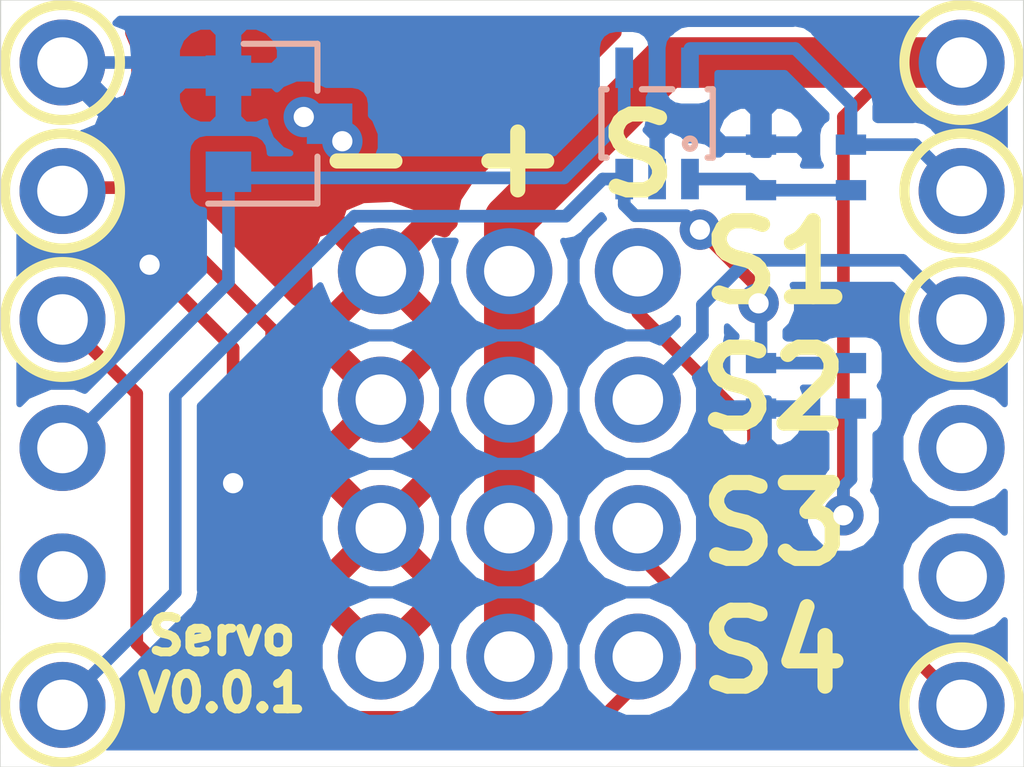
<source format=kicad_pcb>
(kicad_pcb (version 20171130) (host pcbnew "(5.0.1-3-g963ef8bb5)")

  (general
    (thickness 1.6)
    (drawings 12)
    (tracks 79)
    (zones 0)
    (modules 11)
    (nets 15)
  )

  (page A4)
  (layers
    (0 F.Cu signal hide)
    (31 B.Cu signal hide)
    (32 B.Adhes user hide)
    (33 F.Adhes user hide)
    (34 B.Paste user hide)
    (35 F.Paste user hide)
    (36 B.SilkS user hide)
    (37 F.SilkS user)
    (38 B.Mask user hide)
    (39 F.Mask user hide)
    (40 Dwgs.User user hide)
    (41 Cmts.User user hide)
    (42 Eco1.User user hide)
    (43 Eco2.User user hide)
    (44 Edge.Cuts user)
    (45 Margin user hide)
    (46 B.CrtYd user)
    (47 F.CrtYd user hide)
    (48 B.Fab user)
    (49 F.Fab user hide)
  )

  (setup
    (last_trace_width 0.25)
    (trace_clearance 0.2)
    (zone_clearance 0.508)
    (zone_45_only no)
    (trace_min 0.2)
    (segment_width 0.2)
    (edge_width 0.15)
    (via_size 0.8)
    (via_drill 0.4)
    (via_min_size 0.4)
    (via_min_drill 0.3)
    (uvia_size 0.3)
    (uvia_drill 0.1)
    (uvias_allowed no)
    (uvia_min_size 0.2)
    (uvia_min_drill 0.1)
    (pcb_text_width 0.3)
    (pcb_text_size 1.5 1.5)
    (mod_edge_width 0.15)
    (mod_text_size 1 1)
    (mod_text_width 0.15)
    (pad_size 1.524 1.524)
    (pad_drill 0.762)
    (pad_to_mask_clearance 0.2)
    (solder_mask_min_width 0.25)
    (aux_axis_origin 0 0)
    (grid_origin 136.962501 65.725001)
    (visible_elements FFFFFF7F)
    (pcbplotparams
      (layerselection 0x3d0ef_ffffffff)
      (usegerberextensions false)
      (usegerberattributes false)
      (usegerberadvancedattributes false)
      (creategerberjobfile false)
      (excludeedgelayer true)
      (linewidth 0.100000)
      (plotframeref false)
      (viasonmask false)
      (mode 1)
      (useauxorigin false)
      (hpglpennumber 1)
      (hpglpenspeed 20)
      (hpglpendiameter 15.000000)
      (psnegative false)
      (psa4output false)
      (plotreference true)
      (plotvalue true)
      (plotinvisibletext false)
      (padsonsilk false)
      (subtractmaskfromsilk false)
      (outputformat 1)
      (mirror false)
      (drillshape 0)
      (scaleselection 1)
      (outputdirectory "gerber/"))
  )

  (net 0 "")
  (net 1 "Net-(J1-Pad8)")
  (net 2 "Net-(J1-Pad11)")
  (net 3 "Net-(J1-Pad9)")
  (net 4 GND)
  (net 5 "Net-(J1-Pad1)")
  (net 6 VCC)
  (net 7 +3V3)
  (net 8 "Net-(J1-Pad2)")
  (net 9 "Net-(J1-Pad3)")
  (net 10 "Net-(J1-Pad4)")
  (net 11 "Net-(R1-Pad2)")
  (net 12 GNDREF)
  (net 13 /V_max)
  (net 14 /V_robus_img)

  (net_class Default "Ceci est la Netclass par défaut."
    (clearance 0.2)
    (trace_width 0.25)
    (via_dia 0.8)
    (via_drill 0.4)
    (uvia_dia 0.3)
    (uvia_drill 0.1)
    (add_net +3V3)
    (add_net /V_max)
    (add_net /V_robus_img)
    (add_net GND)
    (add_net GNDREF)
    (add_net "Net-(J1-Pad1)")
    (add_net "Net-(J1-Pad11)")
    (add_net "Net-(J1-Pad2)")
    (add_net "Net-(J1-Pad3)")
    (add_net "Net-(J1-Pad4)")
    (add_net "Net-(J1-Pad8)")
    (add_net "Net-(J1-Pad9)")
    (add_net "Net-(R1-Pad2)")
    (add_net VCC)
  )

  (net_class power ""
    (clearance 0.8)
    (trace_width 1)
    (via_dia 2.4)
    (via_drill 1.6)
    (uvia_dia 1.2)
    (uvia_drill 0.4)
    (diff_pair_gap 1)
    (diff_pair_width 0.8)
  )

  (module Common_Footprint:826926-3 (layer F.Cu) (tedit 5D161F5B) (tstamp 5ABD01A5)
    (at 145.796 74.93 180)
    (path /5ABCFEC7)
    (fp_text reference S3 (at -5.241501 0.079999 180) (layer F.SilkS)
      (effects (font (size 1.5 1.5) (thickness 0.3)))
    )
    (fp_text value Header3Contacts (at 0 -2.54 180) (layer F.Fab) hide
      (effects (font (size 1 1) (thickness 0.15)))
    )
    (pad 3 thru_hole circle (at 2.54 0 180) (size 1.7 1.7) (drill 1) (layers *.Cu *.Mask)
      (net 12 GNDREF))
    (pad 2 thru_hole circle (at 0 0 180) (size 1.7 1.7) (drill 1) (layers *.Cu *.Mask)
      (net 6 VCC))
    (pad 1 thru_hole circle (at -2.54 0 180) (size 1.7 1.7) (drill 1) (layers *.Cu *.Mask)
      (net 3 "Net-(J1-Pad9)"))
    (model ${KISYS3DMOD}/HEADER3PMAL.stp
      (offset (xyz -2.5 0 0))
      (scale (xyz 1 1 1))
      (rotate (xyz 0 0 0))
    )
  )

  (module Common_Footprint:826926-3 (layer F.Cu) (tedit 5D161F5B) (tstamp 5ABD01B7)
    (at 145.796 72.39 180)
    (path /5ABCFDC7)
    (fp_text reference S2 (at -5.216501 0.214999 180) (layer F.SilkS)
      (effects (font (size 1.5 1.5) (thickness 0.3)))
    )
    (fp_text value Header3Contacts (at 0 -2.54 180) (layer F.Fab) hide
      (effects (font (size 1 1) (thickness 0.15)))
    )
    (pad 3 thru_hole circle (at 2.54 0 180) (size 1.7 1.7) (drill 1) (layers *.Cu *.Mask)
      (net 12 GNDREF))
    (pad 2 thru_hole circle (at 0 0 180) (size 1.7 1.7) (drill 1) (layers *.Cu *.Mask)
      (net 6 VCC))
    (pad 1 thru_hole circle (at -2.54 0 180) (size 1.7 1.7) (drill 1) (layers *.Cu *.Mask)
      (net 10 "Net-(J1-Pad4)"))
    (model ${KISYS3DMOD}/HEADER3PMAL.stp
      (offset (xyz -2.5 0 0))
      (scale (xyz 1 1 1))
      (rotate (xyz 0 0 0))
    )
  )

  (module Common_Footprint:826926-3 (layer F.Cu) (tedit 5D161F5B) (tstamp 5ABD0214)
    (at 145.796 69.85 180)
    (path /5ABCFCD4)
    (fp_text reference S1 (at -5.291501 0.174999 180) (layer F.SilkS)
      (effects (font (size 1.5 1.5) (thickness 0.3)))
    )
    (fp_text value Header3Contacts (at 0 -2.54 180) (layer F.Fab) hide
      (effects (font (size 1 1) (thickness 0.15)))
    )
    (pad 3 thru_hole circle (at 2.54 0 180) (size 1.7 1.7) (drill 1) (layers *.Cu *.Mask)
      (net 12 GNDREF))
    (pad 2 thru_hole circle (at 0 0 180) (size 1.7 1.7) (drill 1) (layers *.Cu *.Mask)
      (net 6 VCC))
    (pad 1 thru_hole circle (at -2.54 0 180) (size 1.7 1.7) (drill 1) (layers *.Cu *.Mask)
      (net 5 "Net-(J1-Pad1)"))
    (model ${KISYS3DMOD}/HEADER3PMAL.stp
      (offset (xyz -2.5 0 0))
      (scale (xyz 1 1 1))
      (rotate (xyz 0 0 0))
    )
  )

  (module Common_Footprint:826926-3 (layer F.Cu) (tedit 5D161F5B) (tstamp 5ABD0193)
    (at 145.796 77.47 180)
    (path /5ABCFEFC)
    (fp_text reference S4 (at -5.241501 0.094999 180) (layer F.SilkS)
      (effects (font (size 1.5 1.5) (thickness 0.3)))
    )
    (fp_text value Header3Contacts (at 0 -2.54 180) (layer F.Fab) hide
      (effects (font (size 1 1) (thickness 0.15)))
    )
    (pad 3 thru_hole circle (at 2.54 0 180) (size 1.7 1.7) (drill 1) (layers *.Cu *.Mask)
      (net 12 GNDREF))
    (pad 2 thru_hole circle (at 0 0 180) (size 1.7 1.7) (drill 1) (layers *.Cu *.Mask)
      (net 6 VCC))
    (pad 1 thru_hole circle (at -2.54 0 180) (size 1.7 1.7) (drill 1) (layers *.Cu *.Mask)
      (net 1 "Net-(J1-Pad8)"))
    (model ${KISYS3DMOD}/HEADER3PMAL.stp
      (offset (xyz -2.5 0 0))
      (scale (xyz 1 1 1))
      (rotate (xyz 0 0 0))
    )
  )

  (module Common_Footprint:l0_Shield_Socket locked (layer F.Cu) (tedit 5C657850) (tstamp 5A872E3F)
    (at 145.850001 72.075001)
    (path /5A86D26A)
    (fp_text reference J1 (at 0 0.5) (layer F.SilkS) hide
      (effects (font (size 1 1) (thickness 0.15)))
    )
    (fp_text value l0_Socket (at 0 -0.5) (layer F.Fab) hide
      (effects (font (size 1 1) (thickness 0.15)))
    )
    (fp_line (start -10.15 -7.625) (end -10.16 7.62) (layer Edge.Cuts) (width 0.1))
    (fp_line (start -10.15 -7.625) (end 10.15 -7.625) (layer Edge.Cuts) (width 0.1))
    (fp_line (start -10.16 7.62) (end 10.16 7.62) (layer Edge.Cuts) (width 0.1))
    (fp_line (start 10.15 -7.625) (end 10.16 7.62) (layer Edge.Cuts) (width 0.1))
    (pad 5 thru_hole circle (at 8.8875 -3.81 270) (size 1.7 1.7) (drill 1) (layers *.Cu *.Mask)
      (net 7 +3V3))
    (pad 6 thru_hole circle (at 8.8875 -6.35 270) (size 1.7 1.7) (drill 1) (layers *.Cu *.Mask)
      (net 6 VCC))
    (pad 2 thru_hole circle (at 8.8875 3.81 270) (size 1.7 1.7) (drill 1) (layers *.Cu *.Mask)
      (net 8 "Net-(J1-Pad2)"))
    (pad 4 thru_hole circle (at 8.8875 -1.27 270) (size 1.7 1.7) (drill 1) (layers *.Cu *.Mask)
      (net 10 "Net-(J1-Pad4)"))
    (pad 1 thru_hole circle (at 8.8875 6.35 270) (size 1.7 1.7) (drill 1) (layers *.Cu *.Mask)
      (net 5 "Net-(J1-Pad1)"))
    (pad 7 thru_hole circle (at -8.8875 -6.35 270) (size 1.7 1.7) (drill 1) (layers *.Cu *.Mask)
      (net 4 GND))
    (pad 11 thru_hole circle (at -8.8875 3.81 270) (size 1.7 1.7) (drill 1) (layers *.Cu *.Mask)
      (net 2 "Net-(J1-Pad11)"))
    (pad 9 thru_hole circle (at -8.8875 -1.27 270) (size 1.7 1.7) (drill 1) (layers *.Cu *.Mask)
      (net 3 "Net-(J1-Pad9)"))
    (pad 3 thru_hole circle (at 8.8875 1.27 270) (size 1.7 1.7) (drill 1) (layers *.Cu *.Mask)
      (net 9 "Net-(J1-Pad3)"))
    (pad 10 thru_hole circle (at -8.8875 1.27 270) (size 1.7 1.7) (drill 1) (layers *.Cu *.Mask)
      (net 13 /V_max))
    (pad 12 thru_hole circle (at -8.8875 6.35 270) (size 1.7 1.7) (drill 1) (layers *.Cu *.Mask)
      (net 14 /V_robus_img))
    (pad 8 thru_hole circle (at -8.8875 -3.81 270) (size 1.7 1.7) (drill 1) (layers *.Cu *.Mask)
      (net 1 "Net-(J1-Pad8)"))
  )

  (module Common_Footprint:R_0402_NoSilk (layer B.Cu) (tedit 5E8B6747) (tstamp 5ABD267E)
    (at 150.771325 72.116763 270)
    (descr "Resistor SMD 0402, reflow soldering, Vishay (see dcrcw.pdf)")
    (tags "resistor 0402")
    (path /5ABD30A6)
    (attr smd)
    (fp_text reference R4 (at -2.191762 2.033824 270) (layer B.Fab) hide
      (effects (font (size 1 1) (thickness 0.15)) (justify mirror))
    )
    (fp_text value 10k (at 0 -1.25 270) (layer B.Fab) hide
      (effects (font (size 1 1) (thickness 0.15)) (justify mirror))
    )
    (fp_line (start 0.8 -0.45) (end -0.8 -0.45) (layer B.CrtYd) (width 0.05))
    (fp_line (start 0.8 -0.45) (end 0.8 0.45) (layer B.CrtYd) (width 0.05))
    (fp_line (start -0.8 0.45) (end -0.8 -0.45) (layer B.CrtYd) (width 0.05))
    (fp_line (start -0.8 0.45) (end 0.8 0.45) (layer B.CrtYd) (width 0.05))
    (fp_line (start -0.5 0.25) (end 0.5 0.25) (layer B.Fab) (width 0.1))
    (fp_line (start 0.5 0.25) (end 0.5 -0.25) (layer B.Fab) (width 0.1))
    (fp_line (start 0.5 -0.25) (end -0.5 -0.25) (layer B.Fab) (width 0.1))
    (fp_line (start -0.5 -0.25) (end -0.5 0.25) (layer B.Fab) (width 0.1))
    (pad 2 smd rect (at 0.45 0 270) (size 0.4 0.6) (layers B.Cu B.Paste B.Mask)
      (net 4 GND))
    (pad 1 smd rect (at -0.45 0 270) (size 0.4 0.6) (layers B.Cu B.Paste B.Mask)
      (net 14 /V_robus_img))
    (model "${KISYS3DMOD}/0402 SMD Resistor.step"
      (at (xyz 0 0 0))
      (scale (xyz 1 1 1))
      (rotate (xyz 0 0 90))
    )
  )

  (module Common_Footprint:R_0402_NoSilk (layer B.Cu) (tedit 5E8B6747) (tstamp 5ABD2670)
    (at 152.549325 72.116763 90)
    (descr "Resistor SMD 0402, reflow soldering, Vishay (see dcrcw.pdf)")
    (tags "resistor 0402")
    (path /5ABD306B)
    (attr smd)
    (fp_text reference R3 (at 0 1.2 90) (layer B.Fab) hide
      (effects (font (size 1 1) (thickness 0.15)) (justify mirror))
    )
    (fp_text value 68k (at 0 -1.25 90) (layer B.Fab) hide
      (effects (font (size 1 1) (thickness 0.15)) (justify mirror))
    )
    (fp_line (start 0.8 -0.45) (end -0.8 -0.45) (layer B.CrtYd) (width 0.05))
    (fp_line (start 0.8 -0.45) (end 0.8 0.45) (layer B.CrtYd) (width 0.05))
    (fp_line (start -0.8 0.45) (end -0.8 -0.45) (layer B.CrtYd) (width 0.05))
    (fp_line (start -0.8 0.45) (end 0.8 0.45) (layer B.CrtYd) (width 0.05))
    (fp_line (start -0.5 0.25) (end 0.5 0.25) (layer B.Fab) (width 0.1))
    (fp_line (start 0.5 0.25) (end 0.5 -0.25) (layer B.Fab) (width 0.1))
    (fp_line (start 0.5 -0.25) (end -0.5 -0.25) (layer B.Fab) (width 0.1))
    (fp_line (start -0.5 -0.25) (end -0.5 0.25) (layer B.Fab) (width 0.1))
    (pad 2 smd rect (at 0.45 0 90) (size 0.4 0.6) (layers B.Cu B.Paste B.Mask)
      (net 14 /V_robus_img))
    (pad 1 smd rect (at -0.45 0 90) (size 0.4 0.6) (layers B.Cu B.Paste B.Mask)
      (net 6 VCC))
    (model "${KISYS3DMOD}/0402 SMD Resistor.step"
      (at (xyz 0 0 0))
      (scale (xyz 1 1 1))
      (rotate (xyz 0 0 90))
    )
  )

  (module Common_Footprint:R_0402_NoSilk (layer B.Cu) (tedit 5E8B6747) (tstamp 5ABD2662)
    (at 150.771325 67.798763 90)
    (descr "Resistor SMD 0402, reflow soldering, Vishay (see dcrcw.pdf)")
    (tags "resistor 0402")
    (path /5ABD3039)
    (attr smd)
    (fp_text reference R2 (at 0 1.2 90) (layer B.Fab) hide
      (effects (font (size 0.5 0.5) (thickness 0.125)) (justify mirror))
    )
    (fp_text value 10k (at 0 -1.25 90) (layer B.Fab) hide
      (effects (font (size 1 1) (thickness 0.15)) (justify mirror))
    )
    (fp_line (start 0.8 -0.45) (end -0.8 -0.45) (layer B.CrtYd) (width 0.05))
    (fp_line (start 0.8 -0.45) (end 0.8 0.45) (layer B.CrtYd) (width 0.05))
    (fp_line (start -0.8 0.45) (end -0.8 -0.45) (layer B.CrtYd) (width 0.05))
    (fp_line (start -0.8 0.45) (end 0.8 0.45) (layer B.CrtYd) (width 0.05))
    (fp_line (start -0.5 0.25) (end 0.5 0.25) (layer B.Fab) (width 0.1))
    (fp_line (start 0.5 0.25) (end 0.5 -0.25) (layer B.Fab) (width 0.1))
    (fp_line (start 0.5 -0.25) (end -0.5 -0.25) (layer B.Fab) (width 0.1))
    (fp_line (start -0.5 -0.25) (end -0.5 0.25) (layer B.Fab) (width 0.1))
    (pad 2 smd rect (at 0.45 0 90) (size 0.4 0.6) (layers B.Cu B.Paste B.Mask)
      (net 4 GND))
    (pad 1 smd rect (at -0.45 0 90) (size 0.4 0.6) (layers B.Cu B.Paste B.Mask)
      (net 11 "Net-(R1-Pad2)"))
    (model "${KISYS3DMOD}/0402 SMD Resistor.step"
      (at (xyz 0 0 0))
      (scale (xyz 1 1 1))
      (rotate (xyz 0 0 90))
    )
  )

  (module Common_Footprint:R_0402_NoSilk (layer B.Cu) (tedit 5E8B6747) (tstamp 5ABD2654)
    (at 152.549325 67.798763 270)
    (descr "Resistor SMD 0402, reflow soldering, Vishay (see dcrcw.pdf)")
    (tags "resistor 0402")
    (path /5ABD2F69)
    (attr smd)
    (fp_text reference R1 (at 2.001238 -0.238176 270) (layer B.Fab) hide
      (effects (font (size 1 1) (thickness 0.15)) (justify mirror))
    )
    (fp_text value 20k (at 0 -1.25 270) (layer B.Fab) hide
      (effects (font (size 1 1) (thickness 0.15)) (justify mirror))
    )
    (fp_line (start 0.8 -0.45) (end -0.8 -0.45) (layer B.CrtYd) (width 0.05))
    (fp_line (start 0.8 -0.45) (end 0.8 0.45) (layer B.CrtYd) (width 0.05))
    (fp_line (start -0.8 0.45) (end -0.8 -0.45) (layer B.CrtYd) (width 0.05))
    (fp_line (start -0.8 0.45) (end 0.8 0.45) (layer B.CrtYd) (width 0.05))
    (fp_line (start -0.5 0.25) (end 0.5 0.25) (layer B.Fab) (width 0.1))
    (fp_line (start 0.5 0.25) (end 0.5 -0.25) (layer B.Fab) (width 0.1))
    (fp_line (start 0.5 -0.25) (end -0.5 -0.25) (layer B.Fab) (width 0.1))
    (fp_line (start -0.5 -0.25) (end -0.5 0.25) (layer B.Fab) (width 0.1))
    (pad 2 smd rect (at 0.45 0 270) (size 0.4 0.6) (layers B.Cu B.Paste B.Mask)
      (net 11 "Net-(R1-Pad2)"))
    (pad 1 smd rect (at -0.45 0 270) (size 0.4 0.6) (layers B.Cu B.Paste B.Mask)
      (net 7 +3V3))
    (model "${KISYS3DMOD}/0402 SMD Resistor.step"
      (at (xyz 0 0 0))
      (scale (xyz 1 1 1))
      (rotate (xyz 0 0 90))
    )
  )

  (module Common_Footprint:SOT-23 (layer B.Cu) (tedit 5AB3C0F4) (tstamp 5ABD0BDF)
    (at 140.962501 67.125001)
    (path /5ABD1C92)
    (fp_text reference Q1 (at -0.127 -0.127) (layer B.SilkS) hide
      (effects (font (size 1 1) (thickness 0.15)) (justify mirror))
    )
    (fp_text value NMOS_GSD (at 0.1 3.6) (layer B.Fab) hide
      (effects (font (size 1 1) (thickness 0.15)) (justify mirror))
    )
    (fp_line (start -0.42 0.76) (end -0.42 -1.69) (layer B.Fab) (width 0.1))
    (fp_line (start 0.13 1.33) (end 0.98 1.33) (layer B.Fab) (width 0.1))
    (fp_line (start 1.04 -1.77) (end -0.42 -1.77) (layer B.SilkS) (width 0.12))
    (fp_line (start 1.04 1.39) (end -1.12 1.39) (layer B.SilkS) (width 0.12))
    (fp_line (start -1.42 -1.94) (end -1.42 1.56) (layer B.CrtYd) (width 0.05))
    (fp_line (start 1.98 -1.94) (end -1.42 -1.94) (layer B.CrtYd) (width 0.05))
    (fp_line (start 1.98 1.56) (end 1.98 -1.94) (layer B.CrtYd) (width 0.05))
    (fp_line (start -1.42 1.56) (end 1.98 1.56) (layer B.CrtYd) (width 0.05))
    (fp_line (start 1.04 1.39) (end 1.04 0.46) (layer B.SilkS) (width 0.12))
    (fp_line (start 1.04 -1.77) (end 1.04 -0.84) (layer B.SilkS) (width 0.12))
    (fp_line (start -0.42 -1.71) (end 0.98 -1.71) (layer B.Fab) (width 0.1))
    (fp_line (start 0.98 1.33) (end 0.98 -1.71) (layer B.Fab) (width 0.1))
    (fp_line (start -0.42 0.76) (end 0.13 1.33) (layer B.Fab) (width 0.1))
    (fp_text user %R (at 0.28 -0.19 270) (layer B.Fab)
      (effects (font (size 0.5 0.5) (thickness 0.075)) (justify mirror))
    )
    (pad 3 smd rect (at 1.28 -0.19) (size 0.9 0.8) (layers B.Cu B.Paste B.Mask)
      (net 12 GNDREF))
    (pad 2 smd rect (at -0.72 -1.14) (size 0.9 0.8) (layers B.Cu B.Paste B.Mask)
      (net 4 GND))
    (pad 1 smd rect (at -0.72 0.76) (size 0.9 0.8) (layers B.Cu B.Paste B.Mask)
      (net 13 /V_max))
    (model ${KISYS3DMOD}/SOT-23.step
      (offset (xyz 0.25 -0.15 0.5))
      (scale (xyz 1 1 1))
      (rotate (xyz -90 0 -90))
    )
  )

  (module Common_Footprint:SC-70-5 (layer B.Cu) (tedit 5C6D5B85) (tstamp 5ABD0144)
    (at 148.717 66.929 90)
    (path /5ABD1A91)
    (fp_text reference U1 (at 0 -0.079499 180) (layer B.Fab)
      (effects (font (size 0.5 0.5) (thickness 0.125)) (justify mirror))
    )
    (fp_text value LMV301 (at 0.2 1.9 90) (layer B.Fab) hide
      (effects (font (size 1 1) (thickness 0.15)) (justify mirror))
    )
    (fp_circle (center -0.3937 0.6477) (end -0.2921 0.6477) (layer B.Fab) (width 0.1))
    (fp_line (start -0.6731 -1.1049) (end 0.6731 -1.1049) (layer B.Fab) (width 0.1))
    (fp_line (start -0.6731 0.6731) (end -0.6731 -1.1049) (layer B.Fab) (width 0.1))
    (fp_line (start -0.2921 1.1049) (end -0.6731 0.6858) (layer B.Fab) (width 0.1))
    (fp_line (start 0.6731 1.1049) (end -0.2921 1.1049) (layer B.Fab) (width 0.1))
    (fp_line (start 0.6731 -1.1049) (end 0.6731 1.1049) (layer B.Fab) (width 0.1))
    (fp_line (start -0.675 0.675) (end -0.3 1.1) (layer B.CrtYd) (width 0.125))
    (fp_line (start -0.675 0.675) (end -0.675 -1.1) (layer B.CrtYd) (width 0.125))
    (fp_line (start 0.675 1.1) (end -0.3 1.1) (layer B.CrtYd) (width 0.125))
    (fp_line (start 0.675 -1.1) (end 0.675 1.1) (layer B.CrtYd) (width 0.125))
    (fp_line (start -0.675 -1.1) (end 0.675 -1.1) (layer B.CrtYd) (width 0.125))
    (fp_line (start 0.675 0.3) (end 0.675 -0.3) (layer B.SilkS) (width 0.125))
    (fp_line (start 0.675 1.1) (end 0.675 1) (layer B.SilkS) (width 0.125))
    (fp_line (start -0.675 1) (end -0.675 1.1) (layer B.SilkS) (width 0.125))
    (fp_circle (center -0.4 0.65) (end -0.3 0.65) (layer B.SilkS) (width 0.125))
    (fp_line (start 0.675 -1.1) (end -0.675 -1.1) (layer B.SilkS) (width 0.125))
    (fp_line (start -0.675 -1.1) (end -0.675 -1) (layer B.SilkS) (width 0.125))
    (fp_line (start 0.675 -1) (end 0.675 -1.1) (layer B.SilkS) (width 0.125))
    (fp_line (start -0.675 1.1) (end 0.675 1.1) (layer B.SilkS) (width 0.125))
    (pad 5 smd rect (at 1.1 0.65 90) (size 0.8 0.35) (layers B.Cu B.Paste B.Mask)
      (net 7 +3V3))
    (pad 4 smd rect (at 1.1 -0.65 90) (size 0.8 0.35) (layers B.Cu B.Paste B.Mask)
      (net 13 /V_max))
    (pad 3 smd rect (at -1.1 -0.65 90) (size 0.8 0.35) (layers B.Cu B.Paste B.Mask)
      (net 14 /V_robus_img))
    (pad 2 smd rect (at -1.1 0 90) (size 0.8 0.35) (layers B.Cu B.Paste B.Mask)
      (net 4 GND))
    (pad 1 smd rect (at -1.1 0.65 90) (size 0.8 0.35) (layers B.Cu B.Paste B.Mask)
      (net 11 "Net-(R1-Pad2)"))
    (model ${KISYS3DMOD}/SC-70-5.step
      (at (xyz 0 0 0))
      (scale (xyz 1 1 1))
      (rotate (xyz 0 0 -90))
    )
  )

  (gr_text "Servo\nV0.0.1" (at 140.112501 77.625001) (layer F.SilkS)
    (effects (font (size 0.7 0.7) (thickness 0.175)))
  )
  (gr_circle (center 154.742501 65.725001) (end 153.726501 66.233001) (layer F.SilkS) (width 0.2))
  (gr_circle (center 154.742501 68.265001) (end 153.726501 68.773001) (layer F.SilkS) (width 0.2))
  (gr_circle (center 154.742501 70.805001) (end 153.726501 71.313001) (layer F.SilkS) (width 0.2))
  (gr_circle (center 154.742501 78.425001) (end 153.726501 78.933001) (layer F.SilkS) (width 0.2))
  (gr_circle (center 136.962501 78.425001) (end 137.978501 78.933001) (layer F.SilkS) (width 0.2))
  (gr_circle (center 136.962501 70.805001) (end 137.978501 71.313001) (layer F.SilkS) (width 0.2))
  (gr_circle (center 136.962501 68.265001) (end 137.978501 68.773001) (layer F.SilkS) (width 0.2))
  (gr_circle (center 136.962501 65.725001) (end 137.978501 66.233001) (layer F.SilkS) (width 0.2))
  (gr_text S (at 148.336 67.564) (layer F.SilkS)
    (effects (font (size 1.5 1.5) (thickness 0.3)))
  )
  (gr_text - (at 142.962501 67.564) (layer F.SilkS)
    (effects (font (size 1.5 1.5) (thickness 0.3)))
  )
  (gr_text + (at 145.962501 67.564) (layer F.SilkS)
    (effects (font (size 1.5 1.5) (thickness 0.3)))
  )

  (segment (start 148.336 77.978) (end 147.643011 78.670989) (width 0.25) (layer F.Cu) (net 1))
  (segment (start 141.097 70.993) (end 138.303 68.199) (width 0.25) (layer F.Cu) (net 1))
  (segment (start 142.340227 78.670989) (end 141.097 77.427762) (width 0.25) (layer F.Cu) (net 1))
  (segment (start 147.643011 78.670989) (end 142.340227 78.670989) (width 0.25) (layer F.Cu) (net 1))
  (segment (start 141.097 77.427762) (end 141.097 70.993) (width 0.25) (layer F.Cu) (net 1))
  (segment (start 138.303 68.199) (end 136.779 68.199) (width 0.25) (layer F.Cu) (net 1))
  (segment (start 136.779 68.199) (end 136.845001 68.265001) (width 0.25) (layer F.Cu) (net 1))
  (segment (start 136.845001 68.265001) (end 136.962501 68.265001) (width 0.25) (layer F.Cu) (net 1))
  (segment (start 137.7245 71.567) (end 136.962501 70.805001) (width 0.25) (layer F.Cu) (net 3))
  (segment (start 138.43 72.2725) (end 137.7245 71.567) (width 0.25) (layer F.Cu) (net 3))
  (segment (start 148.336 75.438) (end 149.606 76.708) (width 0.25) (layer F.Cu) (net 3))
  (segment (start 149.606 76.708) (end 149.606 78.316762) (width 0.25) (layer F.Cu) (net 3))
  (segment (start 140.335 79.121) (end 138.43 77.216) (width 0.25) (layer F.Cu) (net 3))
  (segment (start 148.801762 79.121) (end 140.335 79.121) (width 0.25) (layer F.Cu) (net 3))
  (segment (start 149.606 78.316762) (end 148.801762 79.121) (width 0.25) (layer F.Cu) (net 3))
  (segment (start 138.43 77.216) (end 138.43 72.2725) (width 0.25) (layer F.Cu) (net 3))
  (segment (start 136.962501 65.725001) (end 139.862238 65.725001) (width 0.25) (layer B.Cu) (net 4))
  (segment (start 139.862238 65.725001) (end 140.243237 66.106) (width 0.25) (layer B.Cu) (net 4))
  (segment (start 140.335 74.041) (end 140.335 71.374) (width 0.25) (layer F.Cu) (net 4))
  (via (at 138.684 69.723) (size 0.8) (drill 0.4) (layers F.Cu B.Cu) (net 4))
  (segment (start 140.335 71.374) (end 138.684 69.723) (width 0.25) (layer F.Cu) (net 4))
  (via (at 140.335 74.041) (size 0.8) (drill 0.4) (layers F.Cu B.Cu) (net 4))
  (segment (start 150.771325 66.848763) (end 150.771325 66.698763) (width 0.25) (layer B.Cu) (net 4))
  (segment (start 153.975502 77.663002) (end 154.737501 78.425001) (width 0.25) (layer F.Cu) (net 5))
  (segment (start 150.622 72.9615) (end 150.622 74.3095) (width 0.25) (layer F.Cu) (net 5))
  (segment (start 150.622 74.3095) (end 153.975502 77.663002) (width 0.25) (layer F.Cu) (net 5))
  (segment (start 148.336 70.6755) (end 150.622 72.9615) (width 0.25) (layer F.Cu) (net 5))
  (segment (start 152.4 74.676) (end 152.4 74.110315) (width 0.25) (layer B.Cu) (net 6))
  (segment (start 152.4 74.110315) (end 152.549325 73.96099) (width 0.25) (layer B.Cu) (net 6))
  (segment (start 152.549325 73.96099) (end 152.549325 72.58601) (width 0.25) (layer B.Cu) (net 6))
  (segment (start 145.796 72.39) (end 145.796 74.93) (width 0.25) (layer F.Cu) (net 6))
  (segment (start 145.796 69.85) (end 145.796 72.39) (width 0.25) (layer F.Cu) (net 6))
  (segment (start 145.796 68.834) (end 145.796 77.47) (width 1) (layer F.Cu) (net 6))
  (segment (start 145.796 68.834) (end 145.796 70.612) (width 0.25) (layer F.Cu) (net 6))
  (segment (start 152.549325 74.526675) (end 152.4 74.676) (width 0.25) (layer B.Cu) (net 6))
  (via (at 152.4 74.676) (size 0.8) (drill 0.4) (layers F.Cu B.Cu) (net 6))
  (segment (start 152.4 66.802) (end 152.4 74.676) (width 0.25) (layer F.Cu) (net 6))
  (segment (start 153.476999 65.725001) (end 152.4 66.802) (width 0.25) (layer F.Cu) (net 6))
  (segment (start 154.737501 65.725001) (end 153.476999 65.725001) (width 0.25) (layer F.Cu) (net 6))
  (segment (start 148.904999 65.725001) (end 145.796 68.834) (width 1) (layer F.Cu) (net 6))
  (segment (start 154.737501 65.725001) (end 148.904999 65.725001) (width 1) (layer F.Cu) (net 6))
  (segment (start 152.549325 67.348763) (end 153.821263 67.348763) (width 0.25) (layer B.Cu) (net 7))
  (segment (start 153.821263 67.348763) (end 154.737501 68.265001) (width 0.25) (layer B.Cu) (net 7))
  (segment (start 152.549325 66.698763) (end 152.549325 67.348763) (width 0.25) (layer B.Cu) (net 7))
  (segment (start 152.549325 66.698763) (end 152.549325 66.548763) (width 0.25) (layer B.Cu) (net 7))
  (segment (start 152.549325 66.548763) (end 151.448562 65.448) (width 0.25) (layer B.Cu) (net 7))
  (segment (start 151.448562 65.448) (end 149.367 65.448) (width 0.25) (layer B.Cu) (net 7))
  (segment (start 148.336 72.39) (end 149.612501 71.113499) (width 0.25) (layer B.Cu) (net 10))
  (segment (start 149.612501 70.515001) (end 150.492501 69.635001) (width 0.25) (layer B.Cu) (net 10))
  (segment (start 149.612501 71.113499) (end 149.612501 70.515001) (width 0.25) (layer B.Cu) (net 10))
  (segment (start 153.567501 69.635001) (end 154.737501 70.805001) (width 0.25) (layer B.Cu) (net 10))
  (segment (start 150.492501 69.635001) (end 153.567501 69.635001) (width 0.25) (layer B.Cu) (net 10))
  (segment (start 152.549325 68.248763) (end 150.771325 68.248763) (width 0.25) (layer B.Cu) (net 11))
  (segment (start 149.367 68.029) (end 150.551562 68.029) (width 0.25) (layer B.Cu) (net 11))
  (segment (start 150.551562 68.029) (end 150.771325 68.248763) (width 0.25) (layer B.Cu) (net 11))
  (via (at 142.494 67.28099) (size 0.8) (drill 0.4) (layers F.Cu B.Cu) (net 12))
  (via (at 141.732 66.802) (size 0.8) (drill 0.4) (layers F.Cu B.Cu) (net 12))
  (segment (start 146.878 68.006) (end 148.067 66.817) (width 0.25) (layer B.Cu) (net 13))
  (segment (start 140.243237 68.006) (end 146.878 68.006) (width 0.25) (layer B.Cu) (net 13))
  (segment (start 148.067 66.817) (end 148.067 65.829) (width 0.25) (layer B.Cu) (net 13))
  (segment (start 136.962501 73.345001) (end 140.243237 70.064265) (width 0.25) (layer B.Cu) (net 13))
  (segment (start 140.243237 70.064265) (end 140.243237 68.006) (width 0.25) (layer B.Cu) (net 13))
  (segment (start 149.563341 69.028623) (end 149.288719 68.754001) (width 0.25) (layer B.Cu) (net 14))
  (segment (start 149.288719 68.754001) (end 148.281999 68.754001) (width 0.25) (layer B.Cu) (net 14))
  (segment (start 148.281999 68.754001) (end 148.067 68.539002) (width 0.25) (layer B.Cu) (net 14))
  (segment (start 148.067 68.539002) (end 148.067 68.029) (width 0.25) (layer B.Cu) (net 14))
  (segment (start 150.722501 70.485001) (end 150.722501 70.187783) (width 0.25) (layer F.Cu) (net 14))
  (segment (start 150.722501 70.187783) (end 149.563341 69.028623) (width 0.25) (layer F.Cu) (net 14))
  (via (at 149.563341 69.028623) (size 0.8) (drill 0.4) (layers F.Cu B.Cu) (net 14))
  (segment (start 150.771325 71.666763) (end 150.771325 70.533825) (width 0.25) (layer B.Cu) (net 14))
  (segment (start 150.771325 70.533825) (end 150.722501 70.485001) (width 0.25) (layer B.Cu) (net 14))
  (via (at 150.722501 70.485001) (size 0.8) (drill 0.4) (layers F.Cu B.Cu) (net 14))
  (segment (start 152.549325 71.666763) (end 150.771325 71.666763) (width 0.25) (layer B.Cu) (net 14))
  (segment (start 136.962501 78.425001) (end 139.192 76.195502) (width 0.25) (layer B.Cu) (net 14))
  (segment (start 139.192 76.195502) (end 139.192 72.305238) (width 0.25) (layer B.Cu) (net 14))
  (segment (start 139.192 72.305238) (end 142.734239 68.762999) (width 0.25) (layer B.Cu) (net 14))
  (segment (start 142.734239 68.762999) (end 146.908001 68.762999) (width 0.25) (layer B.Cu) (net 14))
  (segment (start 146.908001 68.762999) (end 147.642 68.029) (width 0.25) (layer B.Cu) (net 14))
  (segment (start 147.642 68.029) (end 148.067 68.029) (width 0.25) (layer B.Cu) (net 14))

  (zone (net 4) (net_name GND) (layer B.Cu) (tstamp 0) (hatch edge 0.508)
    (connect_pads (clearance 0.3))
    (min_thickness 0.127)
    (fill yes (arc_segments 16) (thermal_gap 0.508) (thermal_bridge_width 0.508))
    (polygon
      (pts
        (xy 155.956 64.516) (xy 155.956 79.756) (xy 135.636 79.756) (xy 135.636 64.516)
      )
    )
    (filled_polygon
      (pts
        (xy 147.663854 68.814928) (xy 147.648607 68.821244) (xy 147.307244 69.162607) (xy 147.1225 69.60862) (xy 147.1225 70.09138)
        (xy 147.307244 70.537393) (xy 147.648607 70.878756) (xy 148.09462 71.0635) (xy 148.57738 71.0635) (xy 149.023393 70.878756)
        (xy 149.124002 70.778147) (xy 149.124001 70.911156) (xy 148.776273 71.258884) (xy 148.57738 71.1765) (xy 148.09462 71.1765)
        (xy 147.648607 71.361244) (xy 147.307244 71.702607) (xy 147.1225 72.14862) (xy 147.1225 72.63138) (xy 147.307244 73.077393)
        (xy 147.648607 73.418756) (xy 148.09462 73.6035) (xy 148.57738 73.6035) (xy 149.023393 73.418756) (xy 149.364756 73.077393)
        (xy 149.475663 72.809638) (xy 149.899825 72.809638) (xy 149.899825 72.880441) (xy 149.986831 73.090491) (xy 150.147596 73.251257)
        (xy 150.357646 73.338263) (xy 150.47845 73.338263) (xy 150.621325 73.195388) (xy 150.621325 72.666763) (xy 150.921325 72.666763)
        (xy 150.921325 73.195388) (xy 151.0642 73.338263) (xy 151.185004 73.338263) (xy 151.395054 73.251257) (xy 151.555819 73.090491)
        (xy 151.642825 72.880441) (xy 151.642825 72.809638) (xy 151.49995 72.666763) (xy 150.921325 72.666763) (xy 150.621325 72.666763)
        (xy 150.0427 72.666763) (xy 149.899825 72.809638) (xy 149.475663 72.809638) (xy 149.5495 72.63138) (xy 149.5495 72.14862)
        (xy 149.467116 71.949727) (xy 149.923901 71.492942) (xy 149.96469 71.465688) (xy 150.072658 71.304102) (xy 150.101001 71.161611)
        (xy 150.101001 71.16161) (xy 150.110571 71.1135) (xy 150.101001 71.065389) (xy 150.101001 70.943253) (xy 150.282825 71.125077)
        (xy 150.282825 71.155537) (xy 150.209256 71.204694) (xy 150.128916 71.324932) (xy 150.100704 71.466763) (xy 150.100704 71.866763)
        (xy 150.111057 71.918809) (xy 149.986831 72.043035) (xy 149.899825 72.253085) (xy 149.899825 72.323888) (xy 150.0427 72.466763)
        (xy 150.621325 72.466763) (xy 150.621325 72.366763) (xy 150.921325 72.366763) (xy 150.921325 72.466763) (xy 151.49995 72.466763)
        (xy 151.642825 72.323888) (xy 151.642825 72.253085) (xy 151.602306 72.155263) (xy 151.953467 72.155263) (xy 151.906916 72.224932)
        (xy 151.878704 72.366763) (xy 151.878704 72.766763) (xy 151.906916 72.908594) (xy 151.987256 73.028832) (xy 152.060826 73.077989)
        (xy 152.060825 73.749431) (xy 152.047812 73.758126) (xy 151.991054 73.843071) (xy 151.939844 73.919712) (xy 151.905902 74.090346)
        (xy 151.752736 74.243512) (xy 151.6365 74.52413) (xy 151.6365 74.82787) (xy 151.752736 75.108488) (xy 151.967512 75.323264)
        (xy 152.24813 75.4395) (xy 152.55187 75.4395) (xy 152.832488 75.323264) (xy 153.047264 75.108488) (xy 153.1635 74.82787)
        (xy 153.1635 74.52413) (xy 153.047264 74.243512) (xy 152.987798 74.184046) (xy 153.009482 74.151593) (xy 153.037825 74.009102)
        (xy 153.037825 74.009101) (xy 153.047395 73.960991) (xy 153.037825 73.91288) (xy 153.037825 73.077989) (xy 153.111394 73.028832)
        (xy 153.191734 72.908594) (xy 153.219946 72.766763) (xy 153.219946 72.366763) (xy 153.191734 72.224932) (xy 153.119458 72.116763)
        (xy 153.191734 72.008594) (xy 153.219946 71.866763) (xy 153.219946 71.466763) (xy 153.191734 71.324932) (xy 153.111394 71.204694)
        (xy 152.991156 71.124354) (xy 152.849325 71.096142) (xy 152.249325 71.096142) (xy 152.107494 71.124354) (xy 152.026813 71.178263)
        (xy 151.293837 71.178263) (xy 151.259825 71.155537) (xy 151.259825 71.027429) (xy 151.369765 70.917489) (xy 151.486001 70.636871)
        (xy 151.486001 70.333131) (xy 151.399169 70.123501) (xy 153.365159 70.123501) (xy 153.606385 70.364728) (xy 153.524001 70.563621)
        (xy 153.524001 71.046381) (xy 153.708745 71.492394) (xy 154.050108 71.833757) (xy 154.496121 72.018501) (xy 154.978881 72.018501)
        (xy 155.424894 71.833757) (xy 155.586502 71.672149) (xy 155.586502 72.477853) (xy 155.424894 72.316245) (xy 154.978881 72.131501)
        (xy 154.496121 72.131501) (xy 154.050108 72.316245) (xy 153.708745 72.657608) (xy 153.524001 73.103621) (xy 153.524001 73.586381)
        (xy 153.708745 74.032394) (xy 154.050108 74.373757) (xy 154.496121 74.558501) (xy 154.978881 74.558501) (xy 155.424894 74.373757)
        (xy 155.586502 74.212149) (xy 155.586502 75.017853) (xy 155.424894 74.856245) (xy 154.978881 74.671501) (xy 154.496121 74.671501)
        (xy 154.050108 74.856245) (xy 153.708745 75.197608) (xy 153.524001 75.643621) (xy 153.524001 76.126381) (xy 153.708745 76.572394)
        (xy 154.050108 76.913757) (xy 154.496121 77.098501) (xy 154.978881 77.098501) (xy 155.424894 76.913757) (xy 155.586502 76.752149)
        (xy 155.586502 77.557853) (xy 155.424894 77.396245) (xy 154.978881 77.211501) (xy 154.496121 77.211501) (xy 154.050108 77.396245)
        (xy 153.708745 77.737608) (xy 153.524001 78.183621) (xy 153.524001 78.666381) (xy 153.708745 79.112394) (xy 153.857852 79.261501)
        (xy 137.84215 79.261501) (xy 137.991257 79.112394) (xy 138.176001 78.666381) (xy 138.176001 78.183621) (xy 138.093617 77.984728)
        (xy 138.849725 77.22862) (xy 142.0425 77.22862) (xy 142.0425 77.71138) (xy 142.227244 78.157393) (xy 142.568607 78.498756)
        (xy 143.01462 78.6835) (xy 143.49738 78.6835) (xy 143.943393 78.498756) (xy 144.284756 78.157393) (xy 144.4695 77.71138)
        (xy 144.4695 77.22862) (xy 144.5825 77.22862) (xy 144.5825 77.71138) (xy 144.767244 78.157393) (xy 145.108607 78.498756)
        (xy 145.55462 78.6835) (xy 146.03738 78.6835) (xy 146.483393 78.498756) (xy 146.824756 78.157393) (xy 147.0095 77.71138)
        (xy 147.0095 77.22862) (xy 147.1225 77.22862) (xy 147.1225 77.71138) (xy 147.307244 78.157393) (xy 147.648607 78.498756)
        (xy 148.09462 78.6835) (xy 148.57738 78.6835) (xy 149.023393 78.498756) (xy 149.364756 78.157393) (xy 149.5495 77.71138)
        (xy 149.5495 77.22862) (xy 149.364756 76.782607) (xy 149.023393 76.441244) (xy 148.57738 76.2565) (xy 148.09462 76.2565)
        (xy 147.648607 76.441244) (xy 147.307244 76.782607) (xy 147.1225 77.22862) (xy 147.0095 77.22862) (xy 146.824756 76.782607)
        (xy 146.483393 76.441244) (xy 146.03738 76.2565) (xy 145.55462 76.2565) (xy 145.108607 76.441244) (xy 144.767244 76.782607)
        (xy 144.5825 77.22862) (xy 144.4695 77.22862) (xy 144.284756 76.782607) (xy 143.943393 76.441244) (xy 143.49738 76.2565)
        (xy 143.01462 76.2565) (xy 142.568607 76.441244) (xy 142.227244 76.782607) (xy 142.0425 77.22862) (xy 138.849725 77.22862)
        (xy 139.503403 76.574943) (xy 139.544189 76.547691) (xy 139.571442 76.506904) (xy 139.652157 76.386106) (xy 139.69007 76.195502)
        (xy 139.6805 76.14739) (xy 139.6805 74.68862) (xy 142.0425 74.68862) (xy 142.0425 75.17138) (xy 142.227244 75.617393)
        (xy 142.568607 75.958756) (xy 143.01462 76.1435) (xy 143.49738 76.1435) (xy 143.943393 75.958756) (xy 144.284756 75.617393)
        (xy 144.4695 75.17138) (xy 144.4695 74.68862) (xy 144.5825 74.68862) (xy 144.5825 75.17138) (xy 144.767244 75.617393)
        (xy 145.108607 75.958756) (xy 145.55462 76.1435) (xy 146.03738 76.1435) (xy 146.483393 75.958756) (xy 146.824756 75.617393)
        (xy 147.0095 75.17138) (xy 147.0095 74.68862) (xy 147.1225 74.68862) (xy 147.1225 75.17138) (xy 147.307244 75.617393)
        (xy 147.648607 75.958756) (xy 148.09462 76.1435) (xy 148.57738 76.1435) (xy 149.023393 75.958756) (xy 149.364756 75.617393)
        (xy 149.5495 75.17138) (xy 149.5495 74.68862) (xy 149.364756 74.242607) (xy 149.023393 73.901244) (xy 148.57738 73.7165)
        (xy 148.09462 73.7165) (xy 147.648607 73.901244) (xy 147.307244 74.242607) (xy 147.1225 74.68862) (xy 147.0095 74.68862)
        (xy 146.824756 74.242607) (xy 146.483393 73.901244) (xy 146.03738 73.7165) (xy 145.55462 73.7165) (xy 145.108607 73.901244)
        (xy 144.767244 74.242607) (xy 144.5825 74.68862) (xy 144.4695 74.68862) (xy 144.284756 74.242607) (xy 143.943393 73.901244)
        (xy 143.49738 73.7165) (xy 143.01462 73.7165) (xy 142.568607 73.901244) (xy 142.227244 74.242607) (xy 142.0425 74.68862)
        (xy 139.6805 74.68862) (xy 139.6805 72.50758) (xy 140.03946 72.14862) (xy 142.0425 72.14862) (xy 142.0425 72.63138)
        (xy 142.227244 73.077393) (xy 142.568607 73.418756) (xy 143.01462 73.6035) (xy 143.49738 73.6035) (xy 143.943393 73.418756)
        (xy 144.284756 73.077393) (xy 144.4695 72.63138) (xy 144.4695 72.14862) (xy 144.5825 72.14862) (xy 144.5825 72.63138)
        (xy 144.767244 73.077393) (xy 145.108607 73.418756) (xy 145.55462 73.6035) (xy 146.03738 73.6035) (xy 146.483393 73.418756)
        (xy 146.824756 73.077393) (xy 147.0095 72.63138) (xy 147.0095 72.14862) (xy 146.824756 71.702607) (xy 146.483393 71.361244)
        (xy 146.03738 71.1765) (xy 145.55462 71.1765) (xy 145.108607 71.361244) (xy 144.767244 71.702607) (xy 144.5825 72.14862)
        (xy 144.4695 72.14862) (xy 144.284756 71.702607) (xy 143.943393 71.361244) (xy 143.49738 71.1765) (xy 143.01462 71.1765)
        (xy 142.568607 71.361244) (xy 142.227244 71.702607) (xy 142.0425 72.14862) (xy 140.03946 72.14862) (xy 142.058375 70.129706)
        (xy 142.227244 70.537393) (xy 142.568607 70.878756) (xy 143.01462 71.0635) (xy 143.49738 71.0635) (xy 143.943393 70.878756)
        (xy 144.284756 70.537393) (xy 144.4695 70.09138) (xy 144.4695 69.60862) (xy 144.321576 69.251499) (xy 144.730424 69.251499)
        (xy 144.5825 69.60862) (xy 144.5825 70.09138) (xy 144.767244 70.537393) (xy 145.108607 70.878756) (xy 145.55462 71.0635)
        (xy 146.03738 71.0635) (xy 146.483393 70.878756) (xy 146.824756 70.537393) (xy 147.0095 70.09138) (xy 147.0095 69.60862)
        (xy 146.861728 69.251864) (xy 146.908001 69.261069) (xy 146.956112 69.251499) (xy 146.956113 69.251499) (xy 147.098604 69.223156)
        (xy 147.26019 69.115188) (xy 147.287447 69.074395) (xy 147.617015 68.744828)
      )
    )
    (filled_polygon
      (pts
        (xy 153.708745 65.037608) (xy 153.524001 65.483621) (xy 153.524001 65.966381) (xy 153.708745 66.412394) (xy 154.050108 66.753757)
        (xy 154.496121 66.938501) (xy 154.978881 66.938501) (xy 155.424894 66.753757) (xy 155.586501 66.59215) (xy 155.586501 67.397852)
        (xy 155.424894 67.236245) (xy 154.978881 67.051501) (xy 154.496121 67.051501) (xy 154.297227 67.133885) (xy 154.200709 67.037367)
        (xy 154.173452 66.996574) (xy 154.011866 66.888606) (xy 153.869375 66.860263) (xy 153.869374 66.860263) (xy 153.821263 66.850693)
        (xy 153.773152 66.860263) (xy 153.071837 66.860263) (xy 153.037825 66.837537) (xy 153.037825 66.596874) (xy 153.047395 66.548763)
        (xy 153.020867 66.415398) (xy 153.009482 66.35816) (xy 152.901514 66.196574) (xy 152.860727 66.169321) (xy 151.828008 65.136603)
        (xy 151.800751 65.095811) (xy 151.639165 64.987843) (xy 151.496674 64.9595) (xy 151.496673 64.9595) (xy 151.448562 64.94993)
        (xy 151.400451 64.9595) (xy 149.318888 64.9595) (xy 149.176397 64.987843) (xy 149.014811 65.095811) (xy 148.997422 65.121835)
        (xy 148.929931 65.166931) (xy 148.849591 65.287169) (xy 148.821379 65.429) (xy 148.821379 66.229) (xy 148.849591 66.370831)
        (xy 148.929931 66.491069) (xy 149.050169 66.571409) (xy 149.192 66.599621) (xy 149.542 66.599621) (xy 149.683831 66.571409)
        (xy 149.804069 66.491069) (xy 149.884409 66.370831) (xy 149.912621 66.229) (xy 149.912621 65.9365) (xy 151.24622 65.9365)
        (xy 152.060825 66.751107) (xy 152.060825 66.837537) (xy 151.987256 66.886694) (xy 151.906916 67.006932) (xy 151.878704 67.148763)
        (xy 151.878704 67.548763) (xy 151.906916 67.690594) (xy 151.953467 67.760263) (xy 151.602306 67.760263) (xy 151.642825 67.662441)
        (xy 151.642825 67.591638) (xy 151.49995 67.448763) (xy 150.921325 67.448763) (xy 150.921325 67.548763) (xy 150.641214 67.548763)
        (xy 150.621325 67.544807) (xy 150.621325 67.448763) (xy 150.0427 67.448763) (xy 149.950963 67.5405) (xy 149.895017 67.5405)
        (xy 149.884409 67.487169) (xy 149.804069 67.366931) (xy 149.683831 67.286591) (xy 149.542 67.258379) (xy 149.329601 67.258379)
        (xy 149.215729 67.144506) (xy 149.005679 67.0575) (xy 148.947375 67.0575) (xy 148.8045 67.200375) (xy 148.8045 67.8385)
        (xy 148.821379 67.8385) (xy 148.821379 68.2195) (xy 148.8045 68.2195) (xy 148.8045 68.2395) (xy 148.6295 68.2395)
        (xy 148.6295 68.2195) (xy 148.612621 68.2195) (xy 148.612621 67.8385) (xy 148.6295 67.8385) (xy 148.6295 67.200375)
        (xy 148.490936 67.061811) (xy 148.508793 67.035085) (xy 149.899825 67.035085) (xy 149.899825 67.105888) (xy 150.0427 67.248763)
        (xy 150.621325 67.248763) (xy 150.621325 66.720138) (xy 150.921325 66.720138) (xy 150.921325 67.248763) (xy 151.49995 67.248763)
        (xy 151.642825 67.105888) (xy 151.642825 67.035085) (xy 151.555819 66.825035) (xy 151.395054 66.664269) (xy 151.185004 66.577263)
        (xy 151.0642 66.577263) (xy 150.921325 66.720138) (xy 150.621325 66.720138) (xy 150.47845 66.577263) (xy 150.357646 66.577263)
        (xy 150.147596 66.664269) (xy 149.986831 66.825035) (xy 149.899825 67.035085) (xy 148.508793 67.035085) (xy 148.527157 67.007603)
        (xy 148.5555 66.865112) (xy 148.5555 66.865111) (xy 148.56507 66.817) (xy 148.5555 66.768889) (xy 148.5555 66.414097)
        (xy 148.584409 66.370831) (xy 148.612621 66.229) (xy 148.612621 65.429) (xy 148.584409 65.287169) (xy 148.504069 65.166931)
        (xy 148.383831 65.086591) (xy 148.242 65.058379) (xy 147.892 65.058379) (xy 147.750169 65.086591) (xy 147.629931 65.166931)
        (xy 147.549591 65.287169) (xy 147.521379 65.429) (xy 147.521379 66.229) (xy 147.549591 66.370831) (xy 147.5785 66.414097)
        (xy 147.5785 66.614656) (xy 146.675658 67.5175) (xy 143.222441 67.5175) (xy 143.2575 67.43286) (xy 143.2575 67.12912)
        (xy 143.141264 66.848502) (xy 143.063122 66.77036) (xy 143.063122 66.535001) (xy 143.03491 66.39317) (xy 142.95457 66.272932)
        (xy 142.834332 66.192592) (xy 142.692501 66.16438) (xy 142.174132 66.16438) (xy 142.164488 66.154736) (xy 141.88387 66.0385)
        (xy 141.58013 66.0385) (xy 141.299512 66.154736) (xy 141.199937 66.254312) (xy 141.121126 66.175501) (xy 140.433001 66.175501)
        (xy 140.433001 66.813626) (xy 140.575876 66.956501) (xy 140.806179 66.956501) (xy 140.9685 66.889265) (xy 140.9685 66.95387)
        (xy 141.084736 67.234488) (xy 141.299512 67.449264) (xy 141.464248 67.5175) (xy 141.063122 67.5175) (xy 141.063122 67.485001)
        (xy 141.03491 67.34317) (xy 140.95457 67.222932) (xy 140.834332 67.142592) (xy 140.692501 67.11438) (xy 139.792501 67.11438)
        (xy 139.65067 67.142592) (xy 139.530432 67.222932) (xy 139.450092 67.34317) (xy 139.42188 67.485001) (xy 139.42188 68.285001)
        (xy 139.450092 68.426832) (xy 139.530432 68.54707) (xy 139.65067 68.62741) (xy 139.754738 68.64811) (xy 139.754737 69.861922)
        (xy 137.402775 72.213885) (xy 137.203881 72.131501) (xy 136.721121 72.131501) (xy 136.275108 72.316245) (xy 136.113501 72.477852)
        (xy 136.113501 71.67215) (xy 136.275108 71.833757) (xy 136.721121 72.018501) (xy 137.203881 72.018501) (xy 137.649894 71.833757)
        (xy 137.991257 71.492394) (xy 138.176001 71.046381) (xy 138.176001 70.563621) (xy 137.991257 70.117608) (xy 137.649894 69.776245)
        (xy 137.203881 69.591501) (xy 136.721121 69.591501) (xy 136.275108 69.776245) (xy 136.113501 69.937852) (xy 136.113501 69.13215)
        (xy 136.275108 69.293757) (xy 136.721121 69.478501) (xy 137.203881 69.478501) (xy 137.649894 69.293757) (xy 137.991257 68.952394)
        (xy 138.176001 68.506381) (xy 138.176001 68.023621) (xy 137.991257 67.577608) (xy 137.649894 67.236245) (xy 137.359112 67.115799)
        (xy 137.375417 67.114286) (xy 137.652898 66.99935) (xy 137.74174 66.773648) (xy 137.367789 66.399697) (xy 137.411957 66.381402)
        (xy 137.636402 66.156957) (xy 137.644446 66.137538) (xy 138.011148 66.50424) (xy 138.23685 66.415398) (xy 138.266878 66.318376)
        (xy 139.221001 66.318376) (xy 139.221001 66.49868) (xy 139.308007 66.70873) (xy 139.468773 66.869495) (xy 139.678823 66.956501)
        (xy 139.909126 66.956501) (xy 140.052001 66.813626) (xy 140.052001 66.175501) (xy 139.363876 66.175501) (xy 139.221001 66.318376)
        (xy 138.266878 66.318376) (xy 138.404049 65.875173) (xy 138.366566 65.471322) (xy 139.221001 65.471322) (xy 139.221001 65.651626)
        (xy 139.363876 65.794501) (xy 140.052001 65.794501) (xy 140.052001 65.156376) (xy 140.433001 65.156376) (xy 140.433001 65.794501)
        (xy 141.121126 65.794501) (xy 141.264001 65.651626) (xy 141.264001 65.471322) (xy 141.176995 65.261272) (xy 141.016229 65.100507)
        (xy 140.806179 65.013501) (xy 140.575876 65.013501) (xy 140.433001 65.156376) (xy 140.052001 65.156376) (xy 139.909126 65.013501)
        (xy 139.678823 65.013501) (xy 139.468773 65.100507) (xy 139.308007 65.261272) (xy 139.221001 65.471322) (xy 138.366566 65.471322)
        (xy 138.351786 65.312085) (xy 138.23685 65.034604) (xy 138.011149 64.945763) (xy 138.093411 64.863501) (xy 153.882852 64.863501)
      )
    )
  )
  (zone (net 12) (net_name GNDREF) (layer F.Cu) (tstamp 0) (hatch edge 0.508)
    (connect_pads (clearance 0.508))
    (min_thickness 0.254)
    (fill yes (arc_segments 16) (thermal_gap 0.508) (thermal_bridge_width 0.508))
    (polygon
      (pts
        (xy 155.956 64.516) (xy 155.956 79.756) (xy 135.636 79.756) (xy 135.636 64.516)
      )
    )
    (filled_polygon
      (pts
        (xy 145.072482 67.952387) (xy 144.977711 68.015711) (xy 144.752154 68.353282) (xy 144.726854 68.391146) (xy 144.638765 68.834)
        (xy 144.650898 68.894995) (xy 144.537078 69.008815) (xy 144.517845 69.055247) (xy 144.299958 68.985647) (xy 143.435605 69.85)
        (xy 144.299958 70.714353) (xy 144.517845 70.644753) (xy 144.537078 70.691185) (xy 144.661 70.815107) (xy 144.661 71.424893)
        (xy 144.537078 71.548815) (xy 144.517845 71.595247) (xy 144.299958 71.525647) (xy 143.435605 72.39) (xy 144.299958 73.254353)
        (xy 144.517845 73.184753) (xy 144.537078 73.231185) (xy 144.661001 73.355108) (xy 144.661001 73.964892) (xy 144.537078 74.088815)
        (xy 144.517845 74.135247) (xy 144.299958 74.065647) (xy 143.435605 74.93) (xy 144.299958 75.794353) (xy 144.517845 75.724753)
        (xy 144.537078 75.771185) (xy 144.661001 75.895108) (xy 144.661001 76.504892) (xy 144.537078 76.628815) (xy 144.517845 76.675247)
        (xy 144.299958 76.605647) (xy 143.435605 77.47) (xy 143.449748 77.484143) (xy 143.270143 77.663748) (xy 143.256 77.649605)
        (xy 143.241858 77.663748) (xy 143.062253 77.484143) (xy 143.076395 77.47) (xy 142.212042 76.605647) (xy 141.960741 76.68592)
        (xy 141.857 76.971901) (xy 141.857 75.973958) (xy 142.391647 75.973958) (xy 142.463852 76.2) (xy 142.391647 76.426042)
        (xy 143.256 77.290395) (xy 144.120353 76.426042) (xy 144.048148 76.2) (xy 144.120353 75.973958) (xy 143.256 75.109605)
        (xy 142.391647 75.973958) (xy 141.857 75.973958) (xy 141.857 75.463627) (xy 141.960741 75.71408) (xy 142.212042 75.794353)
        (xy 143.076395 74.93) (xy 142.212042 74.065647) (xy 141.960741 74.14592) (xy 141.857 74.431901) (xy 141.857 73.433958)
        (xy 142.391647 73.433958) (xy 142.463852 73.66) (xy 142.391647 73.886042) (xy 143.256 74.750395) (xy 144.120353 73.886042)
        (xy 144.048148 73.66) (xy 144.120353 73.433958) (xy 143.256 72.569605) (xy 142.391647 73.433958) (xy 141.857 73.433958)
        (xy 141.857 72.923627) (xy 141.960741 73.17408) (xy 142.212042 73.254353) (xy 143.076395 72.39) (xy 142.212042 71.525647)
        (xy 141.960741 71.60592) (xy 141.857 71.891901) (xy 141.857 71.067848) (xy 141.871888 70.993) (xy 141.857 70.918152)
        (xy 141.857 70.918148) (xy 141.852189 70.893958) (xy 142.391647 70.893958) (xy 142.463852 71.12) (xy 142.391647 71.346042)
        (xy 143.256 72.210395) (xy 144.120353 71.346042) (xy 144.048148 71.12) (xy 144.120353 70.893958) (xy 143.256 70.029605)
        (xy 142.391647 70.893958) (xy 141.852189 70.893958) (xy 141.812904 70.696463) (xy 141.812904 70.696462) (xy 141.687329 70.508527)
        (xy 141.644929 70.445071) (xy 141.581473 70.402671) (xy 140.800081 69.621279) (xy 141.759282 69.621279) (xy 141.785685 70.211458)
        (xy 141.960741 70.63408) (xy 142.212042 70.714353) (xy 143.076395 69.85) (xy 142.212042 68.985647) (xy 141.960741 69.06592)
        (xy 141.759282 69.621279) (xy 140.800081 69.621279) (xy 139.984844 68.806042) (xy 142.391647 68.806042) (xy 143.256 69.670395)
        (xy 144.120353 68.806042) (xy 144.04008 68.554741) (xy 143.484721 68.353282) (xy 142.894542 68.379685) (xy 142.47192 68.554741)
        (xy 142.391647 68.806042) (xy 139.984844 68.806042) (xy 138.893331 67.71453) (xy 138.850929 67.651071) (xy 138.599537 67.483096)
        (xy 138.377852 67.439) (xy 138.377847 67.439) (xy 138.303 67.424112) (xy 138.228153 67.439) (xy 138.227712 67.439)
        (xy 138.221423 67.423816) (xy 137.803686 67.006079) (xy 137.776941 66.995001) (xy 137.803686 66.983923) (xy 138.221423 66.566186)
        (xy 138.447501 66.020386) (xy 138.447501 65.429616) (xy 138.325467 65.135001) (xy 147.889866 65.135001)
      )
    )
  )
)

</source>
